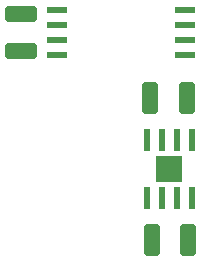
<source format=gtp>
G04 #@! TF.GenerationSoftware,KiCad,Pcbnew,(6.0.7-1)-1*
G04 #@! TF.CreationDate,2024-09-04T01:05:31+05:30*
G04 #@! TF.ProjectId,voltage_sensor,766f6c74-6167-4655-9f73-656e736f722e,rev?*
G04 #@! TF.SameCoordinates,Original*
G04 #@! TF.FileFunction,Paste,Top*
G04 #@! TF.FilePolarity,Positive*
%FSLAX46Y46*%
G04 Gerber Fmt 4.6, Leading zero omitted, Abs format (unit mm)*
G04 Created by KiCad (PCBNEW (6.0.7-1)-1) date 2024-09-04 01:05:31*
%MOMM*%
%LPD*%
G01*
G04 APERTURE LIST*
G04 Aperture macros list*
%AMRoundRect*
0 Rectangle with rounded corners*
0 $1 Rounding radius*
0 $2 $3 $4 $5 $6 $7 $8 $9 X,Y pos of 4 corners*
0 Add a 4 corners polygon primitive as box body*
4,1,4,$2,$3,$4,$5,$6,$7,$8,$9,$2,$3,0*
0 Add four circle primitives for the rounded corners*
1,1,$1+$1,$2,$3*
1,1,$1+$1,$4,$5*
1,1,$1+$1,$6,$7*
1,1,$1+$1,$8,$9*
0 Add four rect primitives between the rounded corners*
20,1,$1+$1,$2,$3,$4,$5,0*
20,1,$1+$1,$4,$5,$6,$7,0*
20,1,$1+$1,$6,$7,$8,$9,0*
20,1,$1+$1,$8,$9,$2,$3,0*%
G04 Aperture macros list end*
%ADD10RoundRect,0.250000X0.412500X1.100000X-0.412500X1.100000X-0.412500X-1.100000X0.412500X-1.100000X0*%
%ADD11RoundRect,0.250000X1.100000X-0.412500X1.100000X0.412500X-1.100000X0.412500X-1.100000X-0.412500X0*%
%ADD12R,0.558800X1.981200*%
%ADD13R,2.311400X2.311400*%
%ADD14R,1.701800X0.558800*%
G04 APERTURE END LIST*
D10*
X110490000Y-76276200D03*
X107365000Y-76276200D03*
D11*
X96418400Y-72326900D03*
X96418400Y-69201900D03*
D12*
X110896400Y-79806800D03*
X109626400Y-79806800D03*
X108356400Y-79806800D03*
X107086400Y-79806800D03*
X107086400Y-84734400D03*
X108356400Y-84734400D03*
X109626400Y-84734400D03*
X110896400Y-84734400D03*
D13*
X108991400Y-82270600D03*
D14*
X110286800Y-72669400D03*
X110286800Y-71399400D03*
X110286800Y-70129400D03*
X110286800Y-68859400D03*
X99517200Y-68859400D03*
X99517200Y-70129400D03*
X99517200Y-71399400D03*
X99517200Y-72669400D03*
D10*
X110617000Y-88290400D03*
X107492000Y-88290400D03*
M02*

</source>
